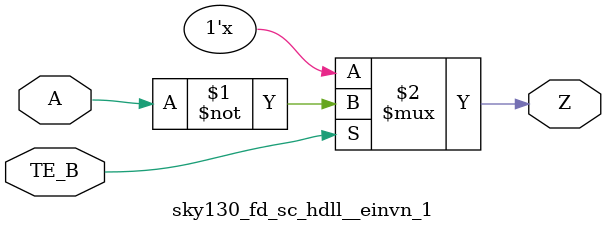
<source format=v>
/*
 * Copyright 2020 The SkyWater PDK Authors
 *
 * Licensed under the Apache License, Version 2.0 (the "License");
 * you may not use this file except in compliance with the License.
 * You may obtain a copy of the License at
 *
 *     https://www.apache.org/licenses/LICENSE-2.0
 *
 * Unless required by applicable law or agreed to in writing, software
 * distributed under the License is distributed on an "AS IS" BASIS,
 * WITHOUT WARRANTIES OR CONDITIONS OF ANY KIND, either express or implied.
 * See the License for the specific language governing permissions and
 * limitations under the License.
 *
 * SPDX-License-Identifier: Apache-2.0
*/


`ifndef SKY130_FD_SC_HDLL__EINVN_1_FUNCTIONAL_V
`define SKY130_FD_SC_HDLL__EINVN_1_FUNCTIONAL_V

/**
 * einvn: Tri-state inverter, negative enable.
 *
 * Verilog simulation functional model.
 */

`timescale 1ns / 1ps
`default_nettype none

`celldefine
module sky130_fd_sc_hdll__einvn_1 (
    Z   ,
    A   ,
    TE_B
);

    // Module ports
    output Z   ;
    input  A   ;
    input  TE_B;

    //     Name     Output  Other arguments
    notif0 notif00 (Z     , A, TE_B        );

endmodule
`endcelldefine

`default_nettype wire
`endif  // SKY130_FD_SC_HDLL__EINVN_1_FUNCTIONAL_V

</source>
